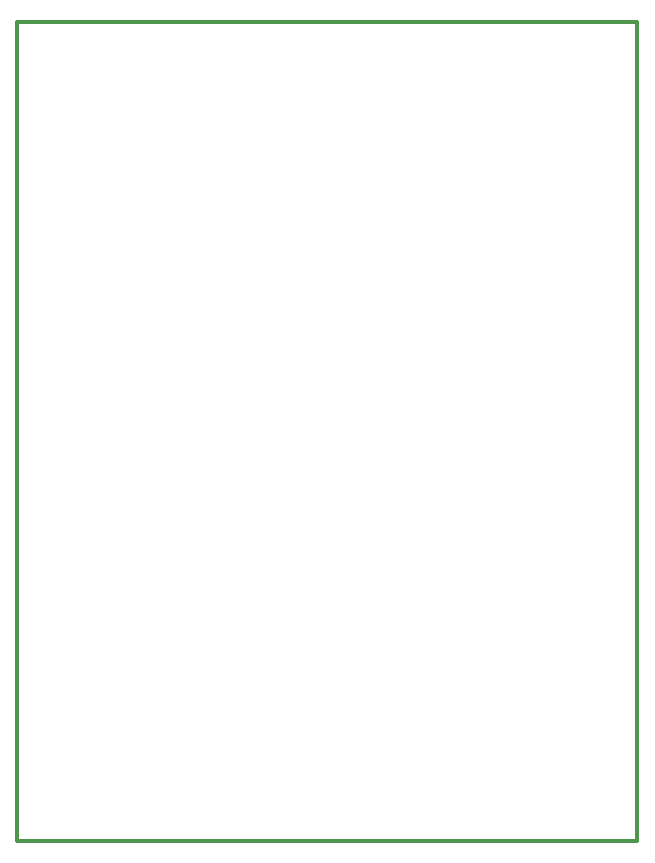
<source format=gko>
G04*
G04 #@! TF.GenerationSoftware,Altium Limited,Altium Designer,20.0.13 (296)*
G04*
G04 Layer_Color=16711935*
%FSLAX44Y44*%
%MOMM*%
G71*
G01*
G75*
%ADD14C,0.3000*%
D14*
X-0Y693000D02*
X0Y0D01*
X-0Y693000D02*
X525000D01*
X0Y0D02*
X525000D01*
X525000Y693000D02*
X525000Y0D01*
M02*

</source>
